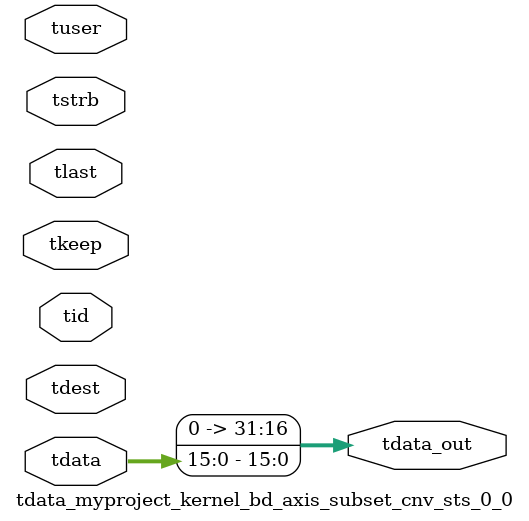
<source format=v>


`timescale 1ps/1ps

module tdata_myproject_kernel_bd_axis_subset_cnv_sts_0_0 #
(
parameter C_S_AXIS_TDATA_WIDTH = 32,
parameter C_S_AXIS_TUSER_WIDTH = 0,
parameter C_S_AXIS_TID_WIDTH   = 0,
parameter C_S_AXIS_TDEST_WIDTH = 0,
parameter C_M_AXIS_TDATA_WIDTH = 32
)
(
input  [(C_S_AXIS_TDATA_WIDTH == 0 ? 1 : C_S_AXIS_TDATA_WIDTH)-1:0     ] tdata,
input  [(C_S_AXIS_TUSER_WIDTH == 0 ? 1 : C_S_AXIS_TUSER_WIDTH)-1:0     ] tuser,
input  [(C_S_AXIS_TID_WIDTH   == 0 ? 1 : C_S_AXIS_TID_WIDTH)-1:0       ] tid,
input  [(C_S_AXIS_TDEST_WIDTH == 0 ? 1 : C_S_AXIS_TDEST_WIDTH)-1:0     ] tdest,
input  [(C_S_AXIS_TDATA_WIDTH/8)-1:0 ] tkeep,
input  [(C_S_AXIS_TDATA_WIDTH/8)-1:0 ] tstrb,
input                                                                    tlast,
output [C_M_AXIS_TDATA_WIDTH-1:0] tdata_out
);

assign tdata_out = {16'b0000000000000000,tdata[15:0]};

endmodule


</source>
